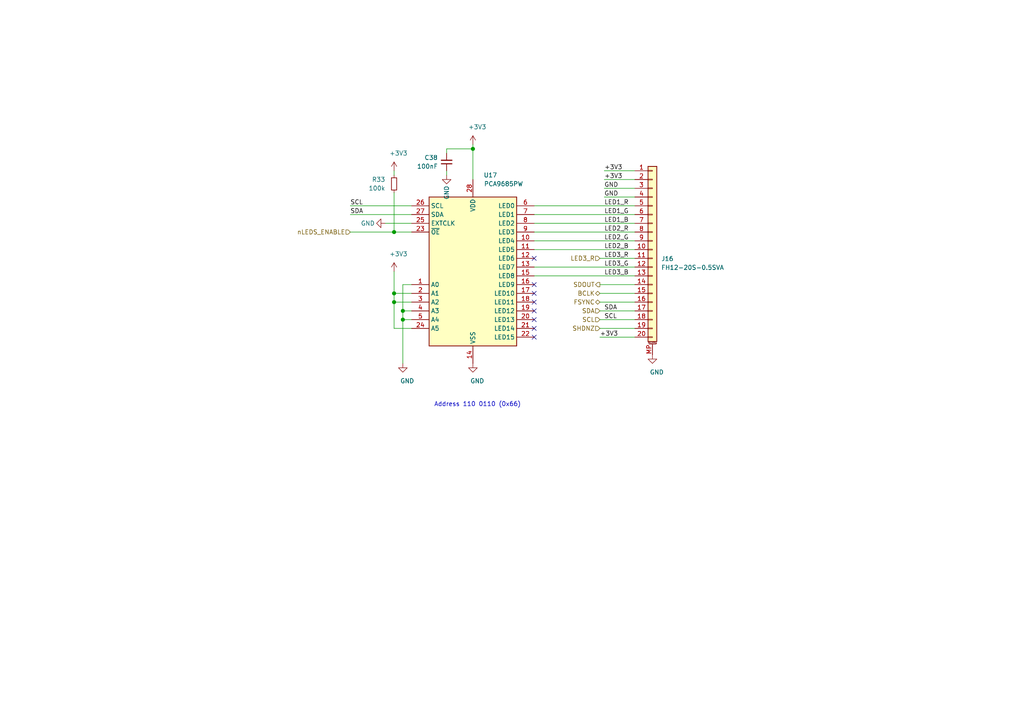
<source format=kicad_sch>
(kicad_sch (version 20210126) (generator eeschema)
  (paper "A4")
  (lib_symbols
    (symbol "Connector_Generic_MountingPin:Conn_01x20_MountingPin" (pin_names (offset 1.016) hide)
      (property "Reference" "J" (at 0 25.4 0))
      (property "Value" "Conn_01x20_MountingPin" (at 1.27 -27.94 0))
      (symbol "Conn_01x20_MountingPin_1_1"
        (text "Mounting" (at 0 -27.051 0) (effects (font (size 0.381 0.381))))
        (rectangle (start -1.27 -25.273) (end 0 -25.527) (stroke (width 0.1524)))
        (rectangle (start -1.27 -22.733) (end 0 -22.987) (stroke (width 0.1524)))
        (rectangle (start -1.27 -20.193) (end 0 -20.447) (stroke (width 0.1524)))
        (rectangle (start -1.27 -17.653) (end 0 -17.907) (stroke (width 0.1524)))
        (rectangle (start -1.27 -15.113) (end 0 -15.367) (stroke (width 0.1524)))
        (rectangle (start -1.27 -12.573) (end 0 -12.827) (stroke (width 0.1524)))
        (rectangle (start -1.27 -10.033) (end 0 -10.287) (stroke (width 0.1524)))
        (rectangle (start -1.27 -7.493) (end 0 -7.747) (stroke (width 0.1524)))
        (rectangle (start -1.27 -4.953) (end 0 -5.207) (stroke (width 0.1524)))
        (rectangle (start -1.27 -2.413) (end 0 -2.667) (stroke (width 0.1524)))
        (rectangle (start -1.27 0.127) (end 0 -0.127) (stroke (width 0.1524)))
        (rectangle (start -1.27 2.667) (end 0 2.413) (stroke (width 0.1524)))
        (rectangle (start -1.27 5.207) (end 0 4.953) (stroke (width 0.1524)))
        (rectangle (start -1.27 7.747) (end 0 7.493) (stroke (width 0.1524)))
        (rectangle (start -1.27 10.287) (end 0 10.033) (stroke (width 0.1524)))
        (rectangle (start -1.27 12.827) (end 0 12.573) (stroke (width 0.1524)))
        (rectangle (start -1.27 15.367) (end 0 15.113) (stroke (width 0.1524)))
        (rectangle (start -1.27 17.907) (end 0 17.653) (stroke (width 0.1524)))
        (rectangle (start -1.27 20.447) (end 0 20.193) (stroke (width 0.1524)))
        (rectangle (start -1.27 22.987) (end 0 22.733) (stroke (width 0.1524)))
        (rectangle (start -1.27 24.13) (end 1.27 -26.67) (stroke (width 0.254)) (fill (type background)))
        (polyline (pts (xy -1.016 -27.432) (xy 1.016 -27.432)) (stroke (width 0.1524)))
        (pin passive line (at -5.08 22.86 0) (length 3.81) (name "Pin_1") (number "1"))
        (pin passive line (at -5.08 0 0) (length 3.81) (name "Pin_10") (number "10"))
        (pin passive line (at -5.08 -2.54 0) (length 3.81) (name "Pin_11") (number "11"))
        (pin passive line (at -5.08 -5.08 0) (length 3.81) (name "Pin_12") (number "12"))
        (pin passive line (at -5.08 -7.62 0) (length 3.81) (name "Pin_13") (number "13"))
        (pin passive line (at -5.08 -10.16 0) (length 3.81) (name "Pin_14") (number "14"))
        (pin passive line (at -5.08 -12.7 0) (length 3.81) (name "Pin_15") (number "15"))
        (pin passive line (at -5.08 -15.24 0) (length 3.81) (name "Pin_16") (number "16"))
        (pin passive line (at -5.08 -17.78 0) (length 3.81) (name "Pin_17") (number "17"))
        (pin passive line (at -5.08 -20.32 0) (length 3.81) (name "Pin_18") (number "18"))
        (pin passive line (at -5.08 -22.86 0) (length 3.81) (name "Pin_19") (number "19"))
        (pin passive line (at -5.08 20.32 0) (length 3.81) (name "Pin_2") (number "2"))
        (pin passive line (at -5.08 -25.4 0) (length 3.81) (name "Pin_20") (number "20"))
        (pin passive line (at -5.08 17.78 0) (length 3.81) (name "Pin_3") (number "3"))
        (pin passive line (at -5.08 15.24 0) (length 3.81) (name "Pin_4") (number "4"))
        (pin passive line (at -5.08 12.7 0) (length 3.81) (name "Pin_5") (number "5"))
        (pin passive line (at -5.08 10.16 0) (length 3.81) (name "Pin_6") (number "6"))
        (pin passive line (at -5.08 7.62 0) (length 3.81) (name "Pin_7") (number "7"))
        (pin passive line (at -5.08 5.08 0) (length 3.81) (name "Pin_8") (number "8"))
        (pin passive line (at -5.08 2.54 0) (length 3.81) (name "Pin_9") (number "9"))
        (pin passive line (at 0 -30.48 90) (length 3.048) (name "MountPin") (number "MP"))
      )
    )
    (symbol "Device:C_Small" (pin_numbers hide) (pin_names (offset 0.254) hide)
      (property "Reference" "C" (at 0.254 1.778 0))
      (property "Value" "C_Small" (at 0.254 -2.032 0))
      (symbol "C_Small_0_1"
        (polyline (pts (xy -1.524 -0.508) (xy 1.524 -0.508)) (stroke (width 0.3302)))
        (polyline (pts (xy -1.524 0.508) (xy 1.524 0.508)) (stroke (width 0.3048)))
      )
      (symbol "C_Small_1_1"
        (pin passive line (at 0 2.54 270) (length 2.032) (name "~") (number "1"))
        (pin passive line (at 0 -2.54 90) (length 2.032) (name "~") (number "2"))
      )
    )
    (symbol "Device:R_Small" (pin_numbers hide) (pin_names (offset 0.254) hide)
      (property "Reference" "R" (at 0.762 0.508 0))
      (property "Value" "R_Small" (at 0.762 -1.016 0))
      (symbol "R_Small_0_1"
        (rectangle (start -0.762 1.778) (end 0.762 -1.778) (stroke (width 0.2032)))
      )
      (symbol "R_Small_1_1"
        (pin passive line (at 0 2.54 270) (length 0.762) (name "~") (number "1"))
        (pin passive line (at 0 -2.54 90) (length 0.762) (name "~") (number "2"))
      )
    )
    (symbol "Driver_LED:PCA9685PW"
      (property "Reference" "U" (at -12.7 22.225 0))
      (property "Value" "PCA9685PW" (at 1.27 22.225 0))
      (symbol "PCA9685PW_0_1"
        (rectangle (start -12.7 20.32) (end 12.7 -22.86) (stroke (width 0.254)) (fill (type background)))
      )
      (symbol "PCA9685PW_1_1"
        (pin input line (at -17.78 -5.08 0) (length 5.08) (name "A0") (number "1"))
        (pin output line (at 17.78 7.62 180) (length 5.08) (name "LED4") (number "10"))
        (pin output line (at 17.78 5.08 180) (length 5.08) (name "LED5") (number "11"))
        (pin output line (at 17.78 2.54 180) (length 5.08) (name "LED6") (number "12"))
        (pin output line (at 17.78 0 180) (length 5.08) (name "LED7") (number "13"))
        (pin power_in line (at 0 -27.94 90) (length 5.08) (name "VSS") (number "14"))
        (pin output line (at 17.78 -2.54 180) (length 5.08) (name "LED8") (number "15"))
        (pin output line (at 17.78 -5.08 180) (length 5.08) (name "LED9") (number "16"))
        (pin output line (at 17.78 -7.62 180) (length 5.08) (name "LED10") (number "17"))
        (pin output line (at 17.78 -10.16 180) (length 5.08) (name "LED11") (number "18"))
        (pin output line (at 17.78 -12.7 180) (length 5.08) (name "LED12") (number "19"))
        (pin input line (at -17.78 -7.62 0) (length 5.08) (name "A1") (number "2"))
        (pin output line (at 17.78 -15.24 180) (length 5.08) (name "LED13") (number "20"))
        (pin output line (at 17.78 -17.78 180) (length 5.08) (name "LED14") (number "21"))
        (pin output line (at 17.78 -20.32 180) (length 5.08) (name "LED15") (number "22"))
        (pin input line (at -17.78 10.16 0) (length 5.08) (name "~OE") (number "23"))
        (pin input line (at -17.78 -17.78 0) (length 5.08) (name "A5") (number "24"))
        (pin input line (at -17.78 12.7 0) (length 5.08) (name "EXTCLK") (number "25"))
        (pin input line (at -17.78 17.78 0) (length 5.08) (name "SCL") (number "26"))
        (pin bidirectional line (at -17.78 15.24 0) (length 5.08) (name "SDA") (number "27"))
        (pin power_in line (at 0 25.4 270) (length 5.08) (name "VDD") (number "28"))
        (pin input line (at -17.78 -10.16 0) (length 5.08) (name "A2") (number "3"))
        (pin input line (at -17.78 -12.7 0) (length 5.08) (name "A3") (number "4"))
        (pin input line (at -17.78 -15.24 0) (length 5.08) (name "A4") (number "5"))
        (pin output line (at 17.78 17.78 180) (length 5.08) (name "LED0") (number "6"))
        (pin output line (at 17.78 15.24 180) (length 5.08) (name "LED1") (number "7"))
        (pin output line (at 17.78 12.7 180) (length 5.08) (name "LED2") (number "8"))
        (pin output line (at 17.78 10.16 180) (length 5.08) (name "LED3") (number "9"))
      )
    )
    (symbol "power:+3V3" (power) (pin_names (offset 0))
      (property "Value" "+3V3" (at 0 3.556 0))
      (symbol "+3V3_0_1"
        (polyline (pts (xy -0.762 1.27) (xy 0 2.54)))
        (polyline (pts (xy 0 0) (xy 0 2.54)))
        (polyline (pts (xy 0 2.54) (xy 0.762 1.27)))
      )
      (symbol "+3V3_1_1"
        (pin power_in line (at 0 0 90) (length 0) hide (name "+3V3") (number "1"))
      )
    )
    (symbol "power:GND" (power) (pin_names (offset 0))
      (property "Value" "GND" (at 0 -3.81 0))
      (symbol "GND_0_1"
        (polyline (pts (xy 0 0) (xy 0 -1.27) (xy 1.27 -1.27) (xy 0 -2.54) (xy -1.27 -1.27) (xy 0 -1.27)))
      )
      (symbol "GND_1_1"
        (pin power_in line (at 0 0 270) (length 0) hide (name "GND") (number "1"))
      )
    )
  )
  (junction (at 114.3 67.31) (diameter 1.016))
  (junction (at 114.3 85.09) (diameter 1.016))
  (junction (at 114.3 87.63) (diameter 1.016))
  (junction (at 116.84 90.17) (diameter 1.016))
  (junction (at 116.84 92.71) (diameter 1.016))
  (junction (at 137.16 43.18) (diameter 1.016))
  (no_connect (at 154.94 74.93))
  (no_connect (at 154.94 82.55))
  (no_connect (at 154.94 85.09))
  (no_connect (at 154.94 87.63))
  (no_connect (at 154.94 90.17))
  (no_connect (at 154.94 92.71))
  (no_connect (at 154.94 95.25))
  (no_connect (at 154.94 97.79))
  (wire (pts (xy 101.6 59.69) (xy 119.38 59.69)))
  (wire (pts (xy 101.6 62.23) (xy 119.38 62.23)))
  (wire (pts (xy 101.6 67.31) (xy 114.3 67.31)))
  (wire (pts (xy 111.76 64.77) (xy 119.38 64.77)))
  (wire (pts (xy 114.3 49.53) (xy 114.3 50.8)))
  (wire (pts (xy 114.3 55.88) (xy 114.3 67.31)))
  (wire (pts (xy 114.3 67.31) (xy 119.38 67.31)))
  (wire (pts (xy 114.3 78.74) (xy 114.3 85.09)))
  (wire (pts (xy 114.3 85.09) (xy 114.3 87.63)))
  (wire (pts (xy 114.3 85.09) (xy 119.38 85.09)))
  (wire (pts (xy 114.3 87.63) (xy 119.38 87.63)))
  (wire (pts (xy 114.3 95.25) (xy 114.3 87.63)))
  (wire (pts (xy 116.84 82.55) (xy 116.84 90.17)))
  (wire (pts (xy 116.84 90.17) (xy 116.84 92.71)))
  (wire (pts (xy 116.84 90.17) (xy 119.38 90.17)))
  (wire (pts (xy 116.84 92.71) (xy 116.84 105.41)))
  (wire (pts (xy 116.84 92.71) (xy 119.38 92.71)))
  (wire (pts (xy 119.38 82.55) (xy 116.84 82.55)))
  (wire (pts (xy 119.38 95.25) (xy 114.3 95.25)))
  (wire (pts (xy 129.54 43.18) (xy 137.16 43.18)))
  (wire (pts (xy 129.54 44.45) (xy 129.54 43.18)))
  (wire (pts (xy 129.54 49.53) (xy 129.54 50.8)))
  (wire (pts (xy 137.16 41.91) (xy 137.16 43.18)))
  (wire (pts (xy 137.16 43.18) (xy 137.16 52.07)))
  (wire (pts (xy 154.94 59.69) (xy 184.15 59.69)))
  (wire (pts (xy 154.94 62.23) (xy 184.15 62.23)))
  (wire (pts (xy 154.94 64.77) (xy 184.15 64.77)))
  (wire (pts (xy 154.94 67.31) (xy 184.15 67.31)))
  (wire (pts (xy 154.94 69.85) (xy 184.15 69.85)))
  (wire (pts (xy 154.94 72.39) (xy 184.15 72.39)))
  (wire (pts (xy 154.94 77.47) (xy 184.15 77.47)))
  (wire (pts (xy 154.94 80.01) (xy 184.15 80.01)))
  (wire (pts (xy 173.99 74.93) (xy 184.15 74.93)))
  (wire (pts (xy 173.99 82.55) (xy 184.15 82.55)))
  (wire (pts (xy 173.99 85.09) (xy 184.15 85.09)))
  (wire (pts (xy 173.99 87.63) (xy 184.15 87.63)))
  (wire (pts (xy 173.99 90.17) (xy 184.15 90.17)))
  (wire (pts (xy 173.99 92.71) (xy 184.15 92.71)))
  (wire (pts (xy 173.99 95.25) (xy 184.15 95.25)))
  (wire (pts (xy 173.99 97.79) (xy 184.15 97.79)))
  (wire (pts (xy 175.26 49.53) (xy 184.15 49.53)))
  (wire (pts (xy 175.26 52.07) (xy 184.15 52.07)))
  (wire (pts (xy 175.26 54.61) (xy 184.15 54.61)))
  (wire (pts (xy 175.26 57.15) (xy 184.15 57.15)))
  (text "Address 110 0110 (0x66)" (at 151.13 118.11 180) (effects (font (size 1.27 1.27)) (justify right bottom)))
  (label "SCL" (at 101.6 59.69 0))
  (label "SDA" (at 101.6 62.23 0))
  (label "+3V3" (at 173.99 97.79 0))
  (label "+3V3" (at 175.26 49.53 0))
  (label "+3V3" (at 175.26 52.07 0))
  (label "GND" (at 175.26 54.61 0))
  (label "GND" (at 175.26 57.15 0))
  (label "LED1_R" (at 175.26 59.69 0))
  (label "LED1_G" (at 175.26 62.23 0))
  (label "LED1_B" (at 175.26 64.77 0))
  (label "LED2_R" (at 175.26 67.31 0))
  (label "LED2_G" (at 175.26 69.85 0))
  (label "LED2_B" (at 175.26 72.39 0))
  (label "LED3_R" (at 175.26 74.93 0))
  (label "LED3_G" (at 175.26 77.47 0))
  (label "LED3_B" (at 175.26 80.01 0))
  (label "SDA" (at 175.26 90.17 0))
  (label "SCL" (at 175.26 92.71 0))
  (hierarchical_label "nLEDS_ENABLE" (shape input) (at 101.6 67.31 180))
  (hierarchical_label "LED3_R" (shape input) (at 173.99 74.93 180))
  (hierarchical_label "SDOUT" (shape output) (at 173.99 82.55 180))
  (hierarchical_label "BCLK" (shape bidirectional) (at 173.99 85.09 180))
  (hierarchical_label "FSYNC" (shape bidirectional) (at 173.99 87.63 180))
  (hierarchical_label "SDA" (shape input) (at 173.99 90.17 180))
  (hierarchical_label "SCL" (shape input) (at 173.99 92.71 180))
  (hierarchical_label "SHDNZ" (shape input) (at 173.99 95.25 180))
  (symbol (lib_id "power:+3V3") (at 114.3 49.53 0) (unit 1)
    (property "Reference" "#PWR0113" (effects hide))
    (property "Value" "+3V3" (at 115.57 44.45 0))
  )
  (symbol (lib_id "power:+3V3") (at 114.3 78.74 0) (unit 1)
    (property "Reference" "#PWR0114" (effects hide))
    (property "Value" "+3V3" (at 115.57 73.66 0))
  )
  (symbol (lib_id "power:+3V3") (at 137.16 41.91 0) (unit 1)
    (property "Reference" "#PWR0116" (effects hide))
    (property "Value" "+3V3" (at 138.43 36.83 0))
  )
  (symbol (lib_id "power:GND") (at 111.76 64.77 270) (unit 1)
    (property "Reference" "#PWR0112" (effects hide))
    (property "Value" "GND" (at 106.68 64.77 90))
  )
  (symbol (lib_id "power:GND") (at 116.84 105.41 0) (unit 1)
    (property "Reference" "#PWR0115" (effects hide))
    (property "Value" "GND" (at 118.11 110.49 0))
  )
  (symbol (lib_id "power:GND") (at 129.54 50.8 0) (unit 1)
    (property "Reference" "#PWR0120" (effects hide))
    (property "Value" "GND" (at 129.54 55.88 90))
  )
  (symbol (lib_id "power:GND") (at 137.16 105.41 0) (unit 1)
    (property "Reference" "#PWR0117" (effects hide))
    (property "Value" "GND" (at 138.43 110.49 0))
  )
  (symbol (lib_id "power:GND") (at 189.23 102.87 0) (unit 1)
    (property "Reference" "#PWR0122" (effects hide))
    (property "Value" "GND" (at 190.5 107.95 0))
  )
  (symbol (lib_id "Device:R_Small") (at 114.3 53.34 0) (mirror x) (unit 1)
    (property "Reference" "R33" (at 111.76 52.07 0) (effects (justify right)))
    (property "Value" "100k" (at 111.76 54.61 0) (effects (justify right)))
    (property "Footprint" "Resistor_SMD:R_0603_1608Metric" (effects hide))
  )
  (symbol (lib_id "Device:C_Small") (at 129.54 46.99 0) (mirror x) (unit 1)
    (property "Reference" "C38" (at 127 45.72 0) (effects (justify right)))
    (property "Value" "100nF" (at 127 48.26 0) (effects (justify right)))
    (property "Footprint" "Capacitor_SMD:C_0603_1608Metric" (effects hide))
  )
  (symbol (lib_id "Connector_Generic_MountingPin:Conn_01x20_MountingPin") (at 189.23 72.39 0) (unit 1)
    (property "Reference" "J16" (at 191.77 75.0569 0) (effects (justify left)))
    (property "Value" "FH12-20S-0.5SVA" (at 191.77 77.5969 0) (effects (justify left)))
    (property "Footprint" "Connector_FFC-FPC:Hirose_FH12-20S-0.5SH_1x20-1MP_P0.50mm_Horizontal" (effects hide))
  )
  (symbol (lib_id "Driver_LED:PCA9685PW") (at 137.16 77.47 0) (unit 1)
    (property "Reference" "U17" (at 142.24 50.8 0))
    (property "Value" "PCA9685PW" (at 146.05 53.34 0))
    (property "Footprint" "Package_SO:TSSOP-28_4.4x9.7mm_P0.65mm" (effects hide))
    (property "Datasheet" "http://www.nxp.com/documents/data_sheet/PCA9685.pdf" (effects hide))
  )
)
</source>
